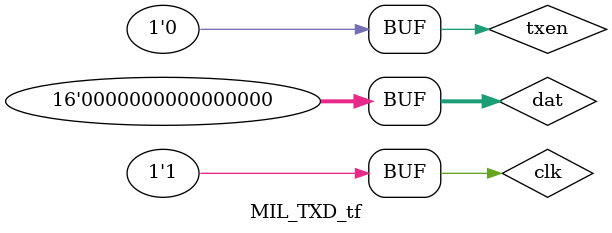
<source format=v>
`timescale 1ns / 1ps


module MIL_TXD_tf;

	// Inputs
	reg clk;
	reg [15:0] dat;
	reg txen;

	// Outputs
	wire TXP;
	wire TXN;
	wire SY1;
	wire SY2;
	wire en_tx;
	wire T_dat;
	wire T_end;
	wire SDAT;
	wire FT_cp;
	wire [4:0] cb_bit;
	wire ce_tact;

	// Instantiate the Unit Under Test (UUT)
	MIL_TXD uut (
		.clk(clk), 
		.TXP(TXP), 
		.dat(dat), 
		.TXN(TXN), 
		.txen(txen), 
		.SY1(SY1), 
		.SY2(SY2), 
		.en_tx(en_tx), 
		.T_dat(T_dat), 
		.T_end(T_end), 
		.SDAT(SDAT), 
		.FT_cp(FT_cp), 
		.cb_bit(cb_bit), 
		.ce_tact(ce_tact)
	);

	initial begin
		// Initialize Inputs
		clk = 0;
		dat = 0;
		txen = 0;

		// Wait 100 ns for global reset to finish
      dat = 0; txen = 0; //
		#100; dat = 16'h6699; txen = 1; // my CW
		#10000; dat = 16'h2D0F; txen = 1; // my WD
		#24000; dat = 16'h0000; txen = 0;
		
	end
   parameter PERIOD = 20;
	always begin clk = 1'b0; #(PERIOD/2) clk = 1'b1; #(PERIOD/2); end
endmodule


</source>
